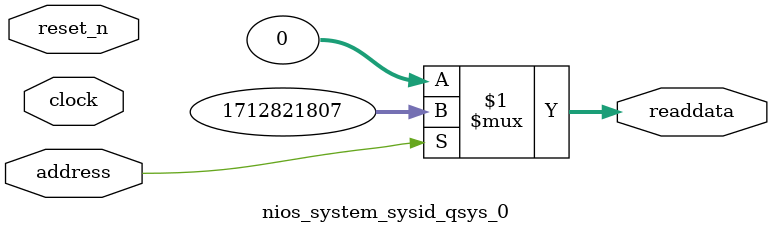
<source format=v>



// synthesis translate_off
`timescale 1ns / 1ps
// synthesis translate_on

// turn off superfluous verilog processor warnings 
// altera message_level Level1 
// altera message_off 10034 10035 10036 10037 10230 10240 10030 

module nios_system_sysid_qsys_0 (
               // inputs:
                address,
                clock,
                reset_n,

               // outputs:
                readdata
             )
;

  output  [ 31: 0] readdata;
  input            address;
  input            clock;
  input            reset_n;

  wire    [ 31: 0] readdata;
  //control_slave, which is an e_avalon_slave
  assign readdata = address ? 1712821807 : 0;

endmodule



</source>
